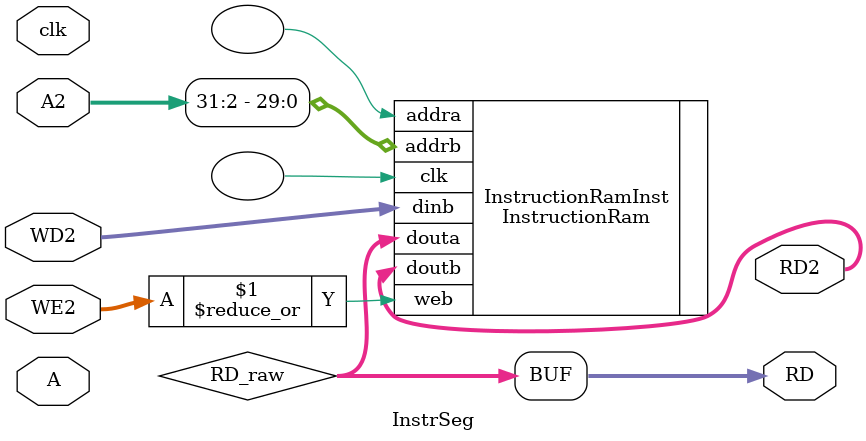
<source format=v>
`timescale 1ns / 1ps
module InstrSeg(
    input wire clk,
    //Instrution Memory Access
    input wire [31:0] A,
    output wire [31:0] RD,
    //Instruction Memory Debug
    input wire [31:0] A2,
    input wire [31:0] WD2,
    input wire [3:0] WE2,
    output wire [31:0] RD2
    //
    );  
    
    wire [31:0] RD_raw;
    InstructionRam InstructionRamInst (
         .clk    (),                        //Çë²¹È«
         .addra  (),                        //Çë²¹È«
         .douta  ( RD_raw     ),
         .web    ( |WE2       ),
         .addrb  ( A2[31:2]   ),
         .dinb   ( WD2        ),
         .doutb  ( RD2        )
     );
    // Add clear and stall support
    // if chip not enabled, output output last read result
    // else if chip clear, output 0
    // else output values from bram
  
    assign RD =  RD_raw;

endmodule


//¹¦ÄÜËµÃ÷
    //InstrSegSegÍ¬Ê±°üº¬ÁËÒ»¸öÍ¬²½¶ÁÐ´µÄBram£¨´Ë´¦Äã¿ÉÒÔµ÷ÓÃÎÒÃÇÌá¹©µÄInstructionRam£¬
    //Ëü½«»á×Ô¶¯×ÛºÏÎªblock memory£¬ÄãÒ²¿ÉÒÔÌæ´úÐÔµÄµ÷ÓÃxilinxµÄbram ipºË£©¡£

//ÊµÑéÒªÇó  
    //ÄãÐèÒª²¹È«ÉÏ·½´úÂë£¬Ðè²¹È«µÄÆ¬¶Î½ØÈ¡ÈçÏÂ
    //InstructionRam InstructionRamInst (
    //     .clk    (),                        //Çë²¹È«
    //     .addra  (),                        //Çë²¹È«
    //     .douta  ( RD_raw     ),
    //     .web    ( |WE2       ),
    //     .addrb  ( A2[31:2]   ),
    //     .dinb   ( WD2        ),
    //     .doutb  ( RD2        )
    // );
//×¢ÒâÊÂÏî
    //ÊäÈëµ½InstructionRamµÄaddraÊÇ×ÖµØÖ·£¬Ò»¸ö×Ö32bit
</source>
